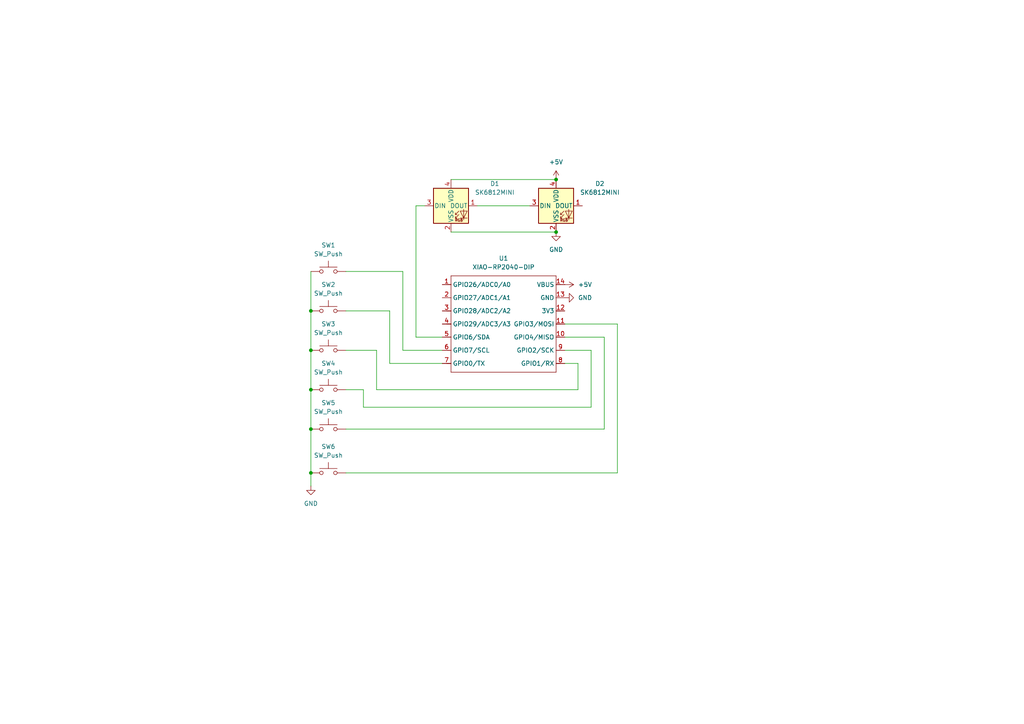
<source format=kicad_sch>
(kicad_sch (version 20250114) (generator "eeschema") (generator_version "9.0")
  (paper "A4")
  (lib_symbols
    (symbol "LED:SK6812MINI" (pin_names (offset 0.254))
      (property "Reference" "D" (at 5.08 5.715 0))
      (property "Value" "SK6812MINI" (at 1.27 -5.715 0))
      (symbol "SK6812MINI_0_0"
        (text "RGB" (at 2.286 -4.191 0) (effects (font (size 0.762 0.762))))
      )
      (symbol "SK6812MINI_0_1"
        (polyline (pts (xy 1.27 -2.54) (xy 1.778 -2.54)))
        (polyline (pts (xy 1.27 -3.556) (xy 1.778 -3.556)))
        (polyline (pts (xy 2.286 -1.524) (xy 1.27 -2.54) (xy 1.27 -2.032)))
        (polyline (pts (xy 2.286 -2.54) (xy 1.27 -3.556) (xy 1.27 -3.048)))
        (polyline (pts (xy 3.683 -1.016) (xy 3.683 -3.556) (xy 3.683 -4.064)))
        (polyline (pts (xy 4.699 -1.524) (xy 2.667 -1.524) (xy 3.683 -3.556) (xy 4.699 -1.524)))
        (polyline (pts (xy 4.699 -3.556) (xy 2.667 -3.556)))
        (rectangle (start 5.08 5.08) (end -5.08 -5.08) (stroke (width 0.254)) (fill (type background)))
      )
      (symbol "SK6812MINI_1_1"
        (pin input line (at -7.62 0 0) (length 2.54) (name "DIN") (number "3"))
        (pin power_in line (at 0 7.62 270) (length 2.54) (name "VDD") (number "4"))
        (pin power_in line (at 0 -7.62 90) (length 2.54) (name "VSS") (number "2"))
        (pin output line (at 7.62 0 180) (length 2.54) (name "DOUT") (number "1"))
      )
    )
    (symbol "OPL:XIAO-RP2040-DIP"
      (property "Reference" "U" (at 0 0 0))
      (property "Value" "XIAO-RP2040-DIP" (at 5.334 -1.778 0))
      (symbol "XIAO-RP2040-DIP_1_0"
        (polyline (pts (xy -1.27 -2.54) (xy 29.21 -2.54)) (stroke (width 0.1524)))
        (polyline (pts (xy -1.27 -5.08) (xy -2.54 -5.08)) (stroke (width 0.1524)))
        (polyline (pts (xy -1.27 -5.08) (xy -1.27 -2.54)) (stroke (width 0.1524)))
        (polyline (pts (xy -1.27 -8.89) (xy -2.54 -8.89)) (stroke (width 0.1524)))
        (polyline (pts (xy -1.27 -8.89) (xy -1.27 -5.08)) (stroke (width 0.1524)))
        (polyline (pts (xy -1.27 -12.7) (xy -2.54 -12.7)) (stroke (width 0.1524)))
        (polyline (pts (xy -1.27 -12.7) (xy -1.27 -8.89)) (stroke (width 0.1524)))
        (polyline (pts (xy -1.27 -16.51) (xy -2.54 -16.51)) (stroke (width 0.1524)))
        (polyline (pts (xy -1.27 -16.51) (xy -1.27 -12.7)) (stroke (width 0.1524)))
        (polyline (pts (xy -1.27 -20.32) (xy -2.54 -20.32)) (stroke (width 0.1524)))
        (polyline (pts (xy -1.27 -24.13) (xy -2.54 -24.13)) (stroke (width 0.1524)))
        (polyline (pts (xy -1.27 -27.94) (xy -2.54 -27.94)) (stroke (width 0.1524)))
        (polyline (pts (xy -1.27 -30.48) (xy -1.27 -16.51)) (stroke (width 0.1524)))
        (polyline (pts (xy 29.21 -2.54) (xy 29.21 -5.08)) (stroke (width 0.1524)))
        (polyline (pts (xy 29.21 -5.08) (xy 29.21 -8.89)) (stroke (width 0.1524)))
        (polyline (pts (xy 29.21 -8.89) (xy 29.21 -12.7)) (stroke (width 0.1524)))
        (polyline (pts (xy 29.21 -12.7) (xy 29.21 -30.48)) (stroke (width 0.1524)))
        (polyline (pts (xy 29.21 -30.48) (xy -1.27 -30.48)) (stroke (width 0.1524)))
        (polyline (pts (xy 30.48 -5.08) (xy 29.21 -5.08)) (stroke (width 0.1524)))
        (polyline (pts (xy 30.48 -8.89) (xy 29.21 -8.89)) (stroke (width 0.1524)))
        (polyline (pts (xy 30.48 -12.7) (xy 29.21 -12.7)) (stroke (width 0.1524)))
        (polyline (pts (xy 30.48 -16.51) (xy 29.21 -16.51)) (stroke (width 0.1524)))
        (polyline (pts (xy 30.48 -20.32) (xy 29.21 -20.32)) (stroke (width 0.1524)))
        (polyline (pts (xy 30.48 -24.13) (xy 29.21 -24.13)) (stroke (width 0.1524)))
        (polyline (pts (xy 30.48 -27.94) (xy 29.21 -27.94)) (stroke (width 0.1524)))
        (pin passive line (at -3.81 -5.08 0) (length 2.54) (name "GPIO26/ADC0/A0") (number "1"))
        (pin passive line (at -3.81 -8.89 0) (length 2.54) (name "GPIO27/ADC1/A1") (number "2"))
        (pin passive line (at -3.81 -12.7 0) (length 2.54) (name "GPIO28/ADC2/A2") (number "3"))
        (pin passive line (at -3.81 -16.51 0) (length 2.54) (name "GPIO29/ADC3/A3") (number "4"))
        (pin passive line (at -3.81 -20.32 0) (length 2.54) (name "GPIO6/SDA") (number "5"))
        (pin passive line (at -3.81 -24.13 0) (length 2.54) (name "GPIO7/SCL") (number "6"))
        (pin passive line (at -3.81 -27.94 0) (length 2.54) (name "GPIO0/TX") (number "7"))
        (pin passive line (at 31.75 -5.08 180) (length 2.54) (name "VBUS") (number "14"))
        (pin passive line (at 31.75 -8.89 180) (length 2.54) (name "GND") (number "13"))
        (pin passive line (at 31.75 -12.7 180) (length 2.54) (name "3V3") (number "12"))
        (pin passive line (at 31.75 -16.51 180) (length 2.54) (name "GPIO3/MOSI") (number "11"))
        (pin passive line (at 31.75 -20.32 180) (length 2.54) (name "GPIO4/MISO") (number "10"))
        (pin passive line (at 31.75 -24.13 180) (length 2.54) (name "GPIO2/SCK") (number "9"))
        (pin passive line (at 31.75 -27.94 180) (length 2.54) (name "GPIO1/RX") (number "8"))
      )
    )
    (symbol "Switch:SW_Push" (pin_numbers (hide yes)) (pin_names (offset 1.016) (hide yes))
      (property "Reference" "SW" (at 1.27 2.54 0))
      (property "Value" "SW_Push" (at 0 -1.524 0))
      (symbol "SW_Push_0_1"
        (circle (center -2.032 0) (radius 0.508))
        (polyline (pts (xy 0 1.27) (xy 0 3.048)))
        (circle (center 2.032 0) (radius 0.508))
        (polyline (pts (xy 2.54 1.27) (xy -2.54 1.27)))
        (pin passive line (at -5.08 0 0) (length 2.54) (name "1") (number "1"))
        (pin passive line (at 5.08 0 180) (length 2.54) (name "2") (number "2"))
      )
    )
    (symbol "power:+5V" (power) (pin_numbers (hide yes)) (pin_names (offset 0) (hide yes))
      (property "Value" "+5V" (at 0 3.556 0))
      (symbol "+5V_0_1"
        (polyline (pts (xy -0.762 1.27) (xy 0 2.54)))
        (polyline (pts (xy 0 2.54) (xy 0.762 1.27)))
        (polyline (pts (xy 0 0) (xy 0 2.54)))
      )
      (symbol "+5V_1_1"
        (pin power_in line (at 0 0 90) (length 0) (name "~") (number "1"))
      )
    )
    (symbol "power:GND" (power) (pin_numbers (hide yes)) (pin_names (offset 0) (hide yes))
      (property "Value" "GND" (at 0 -3.81 0))
      (symbol "GND_0_1"
        (polyline (pts (xy 0 0) (xy 0 -1.27) (xy 1.27 -1.27) (xy 0 -2.54) (xy -1.27 -1.27) (xy 0 -1.27)))
      )
      (symbol "GND_1_1"
        (pin power_in line (at 0 0 270) (length 0) (name "~") (number "1"))
      )
    )
  )
  (junction (at 90.17 101.6))
  (junction (at 90.17 124.46))
  (junction (at 90.17 90.17))
  (junction (at 161.29 52.07))
  (junction (at 161.29 67.31))
  (junction (at 90.17 113.03))
  (junction (at 90.17 137.16))
  (wire (pts (xy 128.27 101.6) (xy 116.84 101.6)))
  (wire (pts (xy 130.81 67.31) (xy 161.29 67.31)))
  (wire (pts (xy 116.84 78.74) (xy 100.33 78.74)))
  (wire (pts (xy 90.17 90.17) (xy 90.17 101.6)))
  (wire (pts (xy 116.84 101.6) (xy 116.84 78.74)))
  (wire (pts (xy 163.83 101.6) (xy 171.45 101.6)))
  (wire (pts (xy 167.64 105.41) (xy 163.83 105.41)))
  (wire (pts (xy 90.17 113.03) (xy 90.17 124.46)))
  (wire (pts (xy 179.07 137.16) (xy 100.33 137.16)))
  (wire (pts (xy 90.17 78.74) (xy 90.17 90.17)))
  (wire (pts (xy 113.03 105.41) (xy 128.27 105.41)))
  (wire (pts (xy 179.07 93.98) (xy 179.07 137.16)))
  (wire (pts (xy 167.64 113.03) (xy 167.64 105.41)))
  (wire (pts (xy 130.81 52.07) (xy 161.29 52.07)))
  (wire (pts (xy 100.33 90.17) (xy 113.03 90.17)))
  (wire (pts (xy 175.26 97.79) (xy 175.26 124.46)))
  (wire (pts (xy 100.33 124.46) (xy 175.26 124.46)))
  (wire (pts (xy 120.65 59.69) (xy 123.19 59.69)))
  (wire (pts (xy 105.41 118.11) (xy 171.45 118.11)))
  (wire (pts (xy 90.17 124.46) (xy 90.17 137.16)))
  (wire (pts (xy 100.33 113.03) (xy 105.41 113.03)))
  (wire (pts (xy 105.41 113.03) (xy 105.41 118.11)))
  (wire (pts (xy 100.33 101.6) (xy 109.22 101.6)))
  (wire (pts (xy 120.65 97.79) (xy 120.65 59.69)))
  (wire (pts (xy 90.17 101.6) (xy 90.17 113.03)))
  (wire (pts (xy 90.17 137.16) (xy 90.17 140.97)))
  (wire (pts (xy 171.45 101.6) (xy 171.45 118.11)))
  (wire (pts (xy 109.22 101.6) (xy 109.22 113.03)))
  (wire (pts (xy 163.83 93.98) (xy 179.07 93.98)))
  (wire (pts (xy 128.27 97.79) (xy 120.65 97.79)))
  (wire (pts (xy 138.43 59.69) (xy 153.67 59.69)))
  (wire (pts (xy 109.22 113.03) (xy 167.64 113.03)))
  (wire (pts (xy 113.03 90.17) (xy 113.03 105.41)))
  (wire (pts (xy 163.83 97.79) (xy 175.26 97.79)))
  (symbol (lib_id "power:GND") (at 163.83 86.36 90) (unit 1)
    (property "Reference" "#PWR01" (effects (hide yes)))
    (property "Value" "GND" (at 167.64 86.3599 90) (effects (justify right)))
    (property "Description" "Power symbol creates a global label with name \"GND\" , ground" (effects (hide yes)))
  )
  (symbol (lib_id "OPL:XIAO-RP2040-DIP") (at 132.08 77.47 0) (unit 1)
    (property "Reference" "U1" (at 146.05 74.93 0))
    (property "Value" "XIAO-RP2040-DIP" (at 146.05 77.47 0))
    (property "Footprint" "OPL:XIAO-RP2040-DIP" (effects (hide yes)))
  )
  (symbol (lib_id "Switch:SW_Push") (at 95.25 78.74 0) (unit 1)
    (property "Reference" "SW1" (at 95.25 71.12 0))
    (property "Value" "SW_Push" (at 95.25 73.66 0))
    (property "Footprint" "Button_Switch_Keyboard:SW_Cherry_MX_1.00u_PCB" (effects (hide yes)))
    (property "Description" "Push button switch, generic, two pins" (effects (hide yes)))
  )
  (symbol (lib_id "LED:SK6812MINI") (at 130.81 59.69 0) (unit 1)
    (property "Reference" "D1" (at 143.51 53.2698 0))
    (property "Value" "SK6812MINI" (at 143.51 55.8098 0))
    (property "Footprint" "LED_SMD:LED_SK6812MINI_PLCC4_3.5x3.5mm_P1.75mm" (effects (hide yes)))
    (property "Datasheet" "https://cdn-shop.adafruit.com/product-files/2686/SK6812MINI_REV.01-1-2.pdf" (effects (hide yes)))
    (property "Description" "RGB LED with integrated controller" (effects (hide yes)))
  )
  (symbol (lib_id "Switch:SW_Push") (at 95.25 90.17 0) (unit 1)
    (property "Reference" "SW2" (at 95.25 82.55 0))
    (property "Value" "SW_Push" (at 95.25 85.09 0))
    (property "Footprint" "Button_Switch_Keyboard:SW_Cherry_MX_1.00u_PCB" (effects (hide yes)))
    (property "Description" "Push button switch, generic, two pins" (effects (hide yes)))
  )
  (symbol (lib_id "power:GND") (at 161.29 67.31 0) (unit 1)
    (property "Reference" "#PWR04" (effects (hide yes)))
    (property "Value" "GND" (at 161.29 72.39 0))
    (property "Description" "Power symbol creates a global label with name \"GND\" , ground" (effects (hide yes)))
  )
  (symbol (lib_id "Switch:SW_Push") (at 95.25 124.46 0) (unit 1)
    (property "Reference" "SW5" (at 95.25 116.84 0))
    (property "Value" "SW_Push" (at 95.25 119.38 0))
    (property "Footprint" "Button_Switch_Keyboard:SW_Cherry_MX_1.00u_PCB" (effects (hide yes)))
    (property "Description" "Push button switch, generic, two pins" (effects (hide yes)))
  )
  (symbol (lib_id "power:+5V") (at 163.83 82.55 270) (unit 1)
    (property "Reference" "#PWR02" (effects (hide yes)))
    (property "Value" "+5V" (at 167.64 82.5499 90) (effects (justify left)))
    (property "Description" "Power symbol creates a global label with name \"+5V\"" (effects (hide yes)))
  )
  (symbol (lib_id "power:GND") (at 90.17 140.97 0) (unit 1)
    (property "Reference" "#PWR03" (effects (hide yes)))
    (property "Value" "GND" (at 90.17 146.05 0))
    (property "Description" "Power symbol creates a global label with name \"GND\" , ground" (effects (hide yes)))
  )
  (symbol (lib_id "Switch:SW_Push") (at 95.25 101.6 0) (unit 1)
    (property "Reference" "SW3" (at 95.25 93.98 0))
    (property "Value" "SW_Push" (at 95.25 96.52 0))
    (property "Footprint" "Button_Switch_Keyboard:SW_Cherry_MX_1.00u_PCB" (effects (hide yes)))
    (property "Description" "Push button switch, generic, two pins" (effects (hide yes)))
  )
  (symbol (lib_id "LED:SK6812MINI") (at 161.29 59.69 0) (unit 1)
    (property "Reference" "D2" (at 173.99 53.2698 0))
    (property "Value" "SK6812MINI" (at 173.99 55.8098 0))
    (property "Footprint" "LED_SMD:LED_SK6812MINI_PLCC4_3.5x3.5mm_P1.75mm" (effects (hide yes)))
    (property "Datasheet" "https://cdn-shop.adafruit.com/product-files/2686/SK6812MINI_REV.01-1-2.pdf" (effects (hide yes)))
    (property "Description" "RGB LED with integrated controller" (effects (hide yes)))
  )
  (symbol (lib_id "Switch:SW_Push") (at 95.25 137.16 0) (unit 1)
    (property "Reference" "SW6" (at 95.25 129.54 0))
    (property "Value" "SW_Push" (at 95.25 132.08 0))
    (property "Footprint" "Button_Switch_Keyboard:SW_Cherry_MX_1.00u_PCB" (effects (hide yes)))
    (property "Description" "Push button switch, generic, two pins" (effects (hide yes)))
  )
  (symbol (lib_id "power:+5V") (at 161.29 52.07 0) (unit 1)
    (property "Reference" "#PWR05" (effects (hide yes)))
    (property "Value" "+5V" (at 161.29 46.99 0))
    (property "Description" "Power symbol creates a global label with name \"+5V\"" (effects (hide yes)))
  )
  (symbol (lib_id "Switch:SW_Push") (at 95.25 113.03 0) (unit 1)
    (property "Reference" "SW4" (at 95.25 105.41 0))
    (property "Value" "SW_Push" (at 95.25 107.95 0))
    (property "Footprint" "Button_Switch_Keyboard:SW_Cherry_MX_1.00u_PCB" (effects (hide yes)))
    (property "Description" "Push button switch, generic, two pins" (effects (hide yes)))
  )
)
</source>
